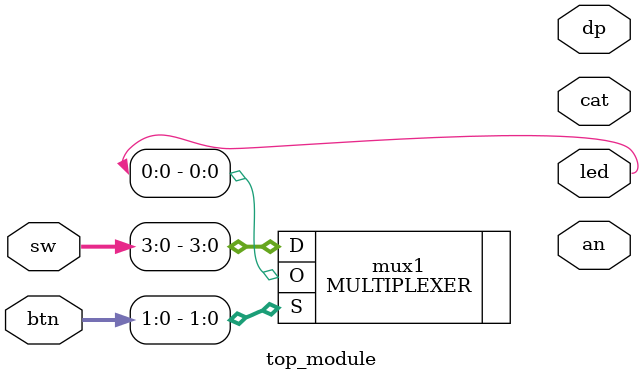
<source format=v>
`timescale 1ns / 1ps
module top_module(
    input [7:0] sw,
    input [3:0] btn,
    output [7:0] led,
    output [6:0] cat,
    output [3:0] an,
    output dp);
    
    //DEMULTIPLEXER demux1(.D(sw[0]),.S(btn[1:0]), .O(led[3:0]));
    MULTIPLEXER mux1(.D(sw[3:0]),.S(btn[1:0]),.O(led[0]));
    //ENCODER encoder1(.IN(sw[3:0]),.OUT(led[1:0]),.V(led[7]));
    //DECODER decoder1(.IN(sw[3:0]),.OUT({dp,cat,led}));
    //assign an = 4'b1110;
    
endmodule

</source>
